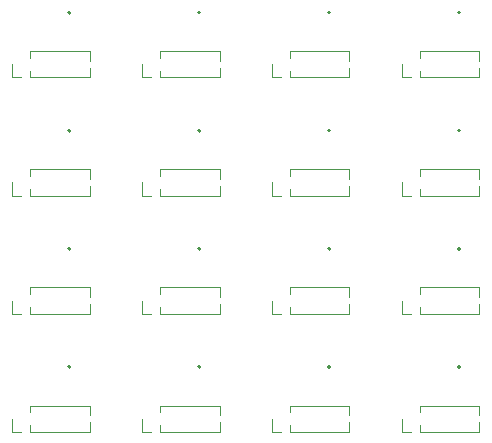
<source format=gbr>
G04 #@! TF.GenerationSoftware,KiCad,Pcbnew,5.1.5-52549c5~84~ubuntu18.04.1*
G04 #@! TF.CreationDate,2020-04-13T21:33:07+02:00*
G04 #@! TF.ProjectId,output.load_cell_panel,6f757470-7574-42e6-9c6f-61645f63656c,rev?*
G04 #@! TF.SameCoordinates,Original*
G04 #@! TF.FileFunction,Legend,Top*
G04 #@! TF.FilePolarity,Positive*
%FSLAX46Y46*%
G04 Gerber Fmt 4.6, Leading zero omitted, Abs format (unit mm)*
G04 Created by KiCad (PCBNEW 5.1.5-52549c5~84~ubuntu18.04.1) date 2020-04-13 21:33:07*
%MOMM*%
%LPD*%
G04 APERTURE LIST*
%ADD10C,0.120000*%
%ADD11C,0.200000*%
%ADD12C,0.150000*%
G04 APERTURE END LIST*
D10*
X162880000Y-105690000D02*
X162880000Y-104580000D01*
X163640000Y-105690000D02*
X162880000Y-105690000D01*
X164400000Y-104016529D02*
X164400000Y-103470000D01*
X164400000Y-105690000D02*
X164400000Y-105143471D01*
X164400000Y-103470000D02*
X169415000Y-103470000D01*
X164400000Y-105690000D02*
X169415000Y-105690000D01*
X169415000Y-104272470D02*
X169415000Y-103470000D01*
X169415000Y-105690000D02*
X169415000Y-104887530D01*
X151880000Y-105690000D02*
X151880000Y-104580000D01*
X152640000Y-105690000D02*
X151880000Y-105690000D01*
X153400000Y-104016529D02*
X153400000Y-103470000D01*
X153400000Y-105690000D02*
X153400000Y-105143471D01*
X153400000Y-103470000D02*
X158415000Y-103470000D01*
X153400000Y-105690000D02*
X158415000Y-105690000D01*
X158415000Y-104272470D02*
X158415000Y-103470000D01*
X158415000Y-105690000D02*
X158415000Y-104887530D01*
X140880000Y-105690000D02*
X140880000Y-104580000D01*
X141640000Y-105690000D02*
X140880000Y-105690000D01*
X142400000Y-104016529D02*
X142400000Y-103470000D01*
X142400000Y-105690000D02*
X142400000Y-105143471D01*
X142400000Y-103470000D02*
X147415000Y-103470000D01*
X142400000Y-105690000D02*
X147415000Y-105690000D01*
X147415000Y-104272470D02*
X147415000Y-103470000D01*
X147415000Y-105690000D02*
X147415000Y-104887530D01*
X129880000Y-105690000D02*
X129880000Y-104580000D01*
X130640000Y-105690000D02*
X129880000Y-105690000D01*
X131400000Y-104016529D02*
X131400000Y-103470000D01*
X131400000Y-105690000D02*
X131400000Y-105143471D01*
X131400000Y-103470000D02*
X136415000Y-103470000D01*
X131400000Y-105690000D02*
X136415000Y-105690000D01*
X136415000Y-104272470D02*
X136415000Y-103470000D01*
X136415000Y-105690000D02*
X136415000Y-104887530D01*
X162880000Y-95690000D02*
X162880000Y-94580000D01*
X163640000Y-95690000D02*
X162880000Y-95690000D01*
X164400000Y-94016529D02*
X164400000Y-93470000D01*
X164400000Y-95690000D02*
X164400000Y-95143471D01*
X164400000Y-93470000D02*
X169415000Y-93470000D01*
X164400000Y-95690000D02*
X169415000Y-95690000D01*
X169415000Y-94272470D02*
X169415000Y-93470000D01*
X169415000Y-95690000D02*
X169415000Y-94887530D01*
X151880000Y-95690000D02*
X151880000Y-94580000D01*
X152640000Y-95690000D02*
X151880000Y-95690000D01*
X153400000Y-94016529D02*
X153400000Y-93470000D01*
X153400000Y-95690000D02*
X153400000Y-95143471D01*
X153400000Y-93470000D02*
X158415000Y-93470000D01*
X153400000Y-95690000D02*
X158415000Y-95690000D01*
X158415000Y-94272470D02*
X158415000Y-93470000D01*
X158415000Y-95690000D02*
X158415000Y-94887530D01*
X140880000Y-95690000D02*
X140880000Y-94580000D01*
X141640000Y-95690000D02*
X140880000Y-95690000D01*
X142400000Y-94016529D02*
X142400000Y-93470000D01*
X142400000Y-95690000D02*
X142400000Y-95143471D01*
X142400000Y-93470000D02*
X147415000Y-93470000D01*
X142400000Y-95690000D02*
X147415000Y-95690000D01*
X147415000Y-94272470D02*
X147415000Y-93470000D01*
X147415000Y-95690000D02*
X147415000Y-94887530D01*
X129880000Y-95690000D02*
X129880000Y-94580000D01*
X130640000Y-95690000D02*
X129880000Y-95690000D01*
X131400000Y-94016529D02*
X131400000Y-93470000D01*
X131400000Y-95690000D02*
X131400000Y-95143471D01*
X131400000Y-93470000D02*
X136415000Y-93470000D01*
X131400000Y-95690000D02*
X136415000Y-95690000D01*
X136415000Y-94272470D02*
X136415000Y-93470000D01*
X136415000Y-95690000D02*
X136415000Y-94887530D01*
X162880000Y-85690000D02*
X162880000Y-84580000D01*
X163640000Y-85690000D02*
X162880000Y-85690000D01*
X164400000Y-84016529D02*
X164400000Y-83470000D01*
X164400000Y-85690000D02*
X164400000Y-85143471D01*
X164400000Y-83470000D02*
X169415000Y-83470000D01*
X164400000Y-85690000D02*
X169415000Y-85690000D01*
X169415000Y-84272470D02*
X169415000Y-83470000D01*
X169415000Y-85690000D02*
X169415000Y-84887530D01*
X151880000Y-85690000D02*
X151880000Y-84580000D01*
X152640000Y-85690000D02*
X151880000Y-85690000D01*
X153400000Y-84016529D02*
X153400000Y-83470000D01*
X153400000Y-85690000D02*
X153400000Y-85143471D01*
X153400000Y-83470000D02*
X158415000Y-83470000D01*
X153400000Y-85690000D02*
X158415000Y-85690000D01*
X158415000Y-84272470D02*
X158415000Y-83470000D01*
X158415000Y-85690000D02*
X158415000Y-84887530D01*
X140880000Y-85690000D02*
X140880000Y-84580000D01*
X141640000Y-85690000D02*
X140880000Y-85690000D01*
X142400000Y-84016529D02*
X142400000Y-83470000D01*
X142400000Y-85690000D02*
X142400000Y-85143471D01*
X142400000Y-83470000D02*
X147415000Y-83470000D01*
X142400000Y-85690000D02*
X147415000Y-85690000D01*
X147415000Y-84272470D02*
X147415000Y-83470000D01*
X147415000Y-85690000D02*
X147415000Y-84887530D01*
X129880000Y-85690000D02*
X129880000Y-84580000D01*
X130640000Y-85690000D02*
X129880000Y-85690000D01*
X131400000Y-84016529D02*
X131400000Y-83470000D01*
X131400000Y-85690000D02*
X131400000Y-85143471D01*
X131400000Y-83470000D02*
X136415000Y-83470000D01*
X131400000Y-85690000D02*
X136415000Y-85690000D01*
X136415000Y-84272470D02*
X136415000Y-83470000D01*
X136415000Y-85690000D02*
X136415000Y-84887530D01*
X162880000Y-75690000D02*
X162880000Y-74580000D01*
X163640000Y-75690000D02*
X162880000Y-75690000D01*
X164400000Y-74016529D02*
X164400000Y-73470000D01*
X164400000Y-75690000D02*
X164400000Y-75143471D01*
X164400000Y-73470000D02*
X169415000Y-73470000D01*
X164400000Y-75690000D02*
X169415000Y-75690000D01*
X169415000Y-74272470D02*
X169415000Y-73470000D01*
X169415000Y-75690000D02*
X169415000Y-74887530D01*
X151880000Y-75690000D02*
X151880000Y-74580000D01*
X152640000Y-75690000D02*
X151880000Y-75690000D01*
X153400000Y-74016529D02*
X153400000Y-73470000D01*
X153400000Y-75690000D02*
X153400000Y-75143471D01*
X153400000Y-73470000D02*
X158415000Y-73470000D01*
X153400000Y-75690000D02*
X158415000Y-75690000D01*
X158415000Y-74272470D02*
X158415000Y-73470000D01*
X158415000Y-75690000D02*
X158415000Y-74887530D01*
X140880000Y-75690000D02*
X140880000Y-74580000D01*
X141640000Y-75690000D02*
X140880000Y-75690000D01*
X142400000Y-74016529D02*
X142400000Y-73470000D01*
X142400000Y-75690000D02*
X142400000Y-75143471D01*
X142400000Y-73470000D02*
X147415000Y-73470000D01*
X142400000Y-75690000D02*
X147415000Y-75690000D01*
X147415000Y-74272470D02*
X147415000Y-73470000D01*
X147415000Y-75690000D02*
X147415000Y-74887530D01*
D11*
X167790000Y-100205001D02*
G75*
G03X167790000Y-100205001I-100000J0D01*
G01*
X156790000Y-100205001D02*
G75*
G03X156790000Y-100205001I-100000J0D01*
G01*
X145790000Y-100205001D02*
G75*
G03X145790000Y-100205001I-100000J0D01*
G01*
X134790000Y-100205001D02*
G75*
G03X134790000Y-100205001I-100000J0D01*
G01*
X167790000Y-90205001D02*
G75*
G03X167790000Y-90205001I-100000J0D01*
G01*
X156790000Y-90205001D02*
G75*
G03X156790000Y-90205001I-100000J0D01*
G01*
X145790000Y-90205001D02*
G75*
G03X145790000Y-90205001I-100000J0D01*
G01*
X134790000Y-90205001D02*
G75*
G03X134790000Y-90205001I-100000J0D01*
G01*
X167790000Y-80205001D02*
G75*
G03X167790000Y-80205001I-100000J0D01*
G01*
X156790000Y-80205001D02*
G75*
G03X156790000Y-80205001I-100000J0D01*
G01*
X145790000Y-80205001D02*
G75*
G03X145790000Y-80205001I-100000J0D01*
G01*
X134790000Y-80205001D02*
G75*
G03X134790000Y-80205001I-100000J0D01*
G01*
X167790000Y-70205001D02*
G75*
G03X167790000Y-70205001I-100000J0D01*
G01*
X156790000Y-70205001D02*
G75*
G03X156790000Y-70205001I-100000J0D01*
G01*
X145790000Y-70205001D02*
G75*
G03X145790000Y-70205001I-100000J0D01*
G01*
D10*
X136415000Y-75690000D02*
X136415000Y-74887530D01*
X136415000Y-74272470D02*
X136415000Y-73470000D01*
X131400000Y-75690000D02*
X136415000Y-75690000D01*
X131400000Y-73470000D02*
X136415000Y-73470000D01*
X131400000Y-75690000D02*
X131400000Y-75143471D01*
X131400000Y-74016529D02*
X131400000Y-73470000D01*
X130640000Y-75690000D02*
X129880000Y-75690000D01*
X129880000Y-75690000D02*
X129880000Y-74580000D01*
D11*
X134790000Y-70205001D02*
G75*
G03X134790000Y-70205001I-100000J0D01*
G01*
D12*
M02*

</source>
